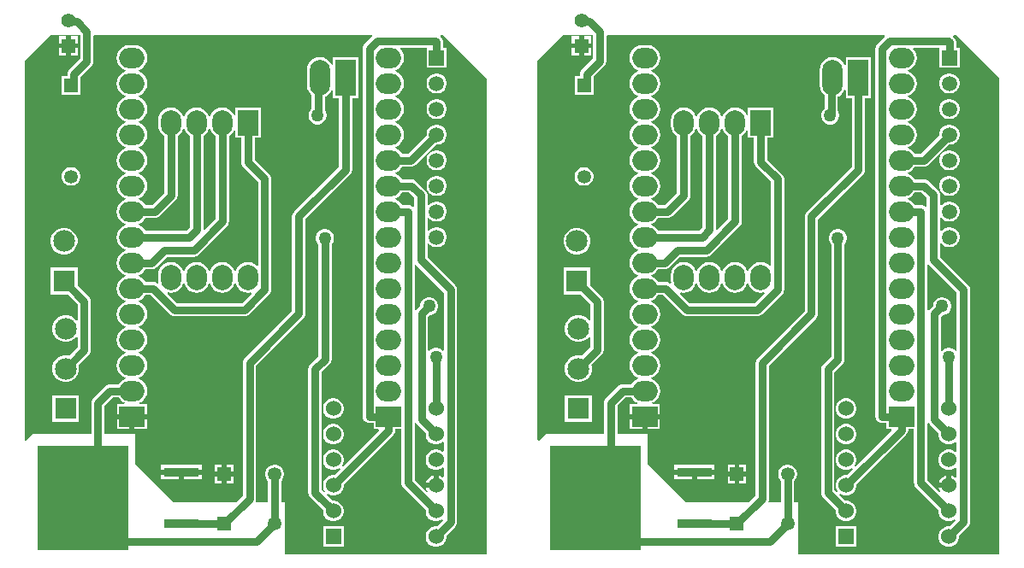
<source format=gbr>
G04*
G04 #@! TF.GenerationSoftware,Altium Limited,Altium Designer,25.0.2 (28)*
G04*
G04 Layer_Physical_Order=1*
G04 Layer_Color=255*
%FSLAX44Y44*%
%MOMM*%
G71*
G04*
G04 #@! TF.SameCoordinates,8B6BD92A-2743-4FC7-A306-186CE1EE4446*
G04*
G04*
G04 #@! TF.FilePolarity,Positive*
G04*
G01*
G75*
%ADD10O,2.0000X3.5400*%
%ADD11R,2.0000X3.5400*%
%ADD12R,9.0000X10.3500*%
%ADD13R,3.5000X0.9500*%
%ADD14C,0.8000*%
%ADD15O,2.5000X2.0000*%
%ADD16R,2.5000X2.0000*%
%ADD17C,2.1500*%
%ADD18R,2.1500X2.1500*%
%ADD19C,1.5240*%
%ADD20R,1.5240X1.5240*%
%ADD21O,2.0000X2.5000*%
%ADD22R,2.0000X2.5000*%
%ADD23R,1.3500X1.3500*%
%ADD24C,1.3500*%
%ADD25C,1.5000*%
%ADD26R,1.5000X1.5000*%
%ADD27C,1.4000*%
%ADD28R,1.4000X1.4000*%
%ADD29R,1.3500X1.3500*%
%ADD30C,1.2700*%
G36*
X908408Y367394D02*
Y358745D01*
X907138Y358314D01*
X906968Y358534D01*
X905602Y359583D01*
X904011Y360242D01*
X902304Y360466D01*
X896505D01*
X894704Y362814D01*
X892084Y364824D01*
X889528Y365883D01*
Y367257D01*
X892084Y368316D01*
X894704Y370326D01*
X896505Y372673D01*
X903128D01*
X908408Y367394D01*
D02*
G37*
G36*
X400888D02*
Y358745D01*
X399618Y358314D01*
X399448Y358534D01*
X398082Y359583D01*
X396491Y360242D01*
X394784Y360466D01*
X388985D01*
X387184Y362814D01*
X384564Y364824D01*
X382007Y365883D01*
Y367257D01*
X384564Y368316D01*
X387184Y370326D01*
X388985Y372673D01*
X395608D01*
X400888Y367394D01*
D02*
G37*
G36*
X707656Y433146D02*
X709667Y430526D01*
X712014Y428725D01*
Y346602D01*
X701077Y335665D01*
X699807Y336191D01*
Y428725D01*
X702154Y430526D01*
X704164Y433146D01*
X705223Y435703D01*
X706598D01*
X707656Y433146D01*
D02*
G37*
G36*
X200137D02*
X202146Y430526D01*
X204494Y428725D01*
Y346602D01*
X193557Y335665D01*
X192287Y336191D01*
Y428725D01*
X194634Y430526D01*
X196644Y433146D01*
X197703Y435703D01*
X199077D01*
X200137Y433146D01*
D02*
G37*
G36*
X682256D02*
X684267Y430526D01*
X686614Y428725D01*
Y338262D01*
X683418Y335066D01*
X642505D01*
X640704Y337414D01*
X638084Y339424D01*
X635527Y340483D01*
Y341857D01*
X638084Y342916D01*
X640704Y344926D01*
X642505Y347273D01*
X651860D01*
X653567Y347498D01*
X655158Y348157D01*
X656524Y349206D01*
X672475Y365156D01*
X673523Y366522D01*
X674182Y368113D01*
X674407Y369820D01*
Y428725D01*
X676754Y430526D01*
X678764Y433146D01*
X679823Y435703D01*
X681198D01*
X682256Y433146D01*
D02*
G37*
G36*
X174736D02*
X176747Y430526D01*
X179094Y428725D01*
Y338262D01*
X175898Y335066D01*
X134985D01*
X133184Y337414D01*
X130564Y339424D01*
X128007Y340483D01*
Y341857D01*
X130564Y342916D01*
X133184Y344926D01*
X134985Y347273D01*
X144340D01*
X146047Y347498D01*
X147638Y348157D01*
X149004Y349206D01*
X164955Y365156D01*
X166003Y366522D01*
X166662Y368113D01*
X166887Y369820D01*
Y428725D01*
X169234Y430526D01*
X171244Y433146D01*
X172303Y435703D01*
X173678D01*
X174736Y433146D01*
D02*
G37*
G36*
X731470Y434429D02*
Y426930D01*
X737414D01*
Y402850D01*
X737638Y401143D01*
X738298Y399552D01*
X739346Y398185D01*
X753976Y383556D01*
Y300591D01*
X752706Y300204D01*
X750334Y302024D01*
X747284Y303287D01*
X744010Y303718D01*
X740737Y303287D01*
X737686Y302024D01*
X735067Y300014D01*
X733056Y297394D01*
X731998Y294838D01*
X730623D01*
X729564Y297394D01*
X727554Y300014D01*
X724934Y302024D01*
X721884Y303287D01*
X718610Y303718D01*
X715337Y303287D01*
X712286Y302024D01*
X709667Y300014D01*
X707656Y297394D01*
X706598Y294838D01*
X705223D01*
X704164Y297394D01*
X702154Y300014D01*
X699534Y302024D01*
X696484Y303287D01*
X693210Y303718D01*
X689937Y303287D01*
X686886Y302024D01*
X684267Y300014D01*
X682256Y297394D01*
X681198Y294838D01*
X679823D01*
X678764Y297394D01*
X676754Y300014D01*
X674134Y302024D01*
X671084Y303287D01*
X667810Y303718D01*
X664537Y303287D01*
X661486Y302024D01*
X658867Y300014D01*
X656857Y297394D01*
X655593Y294344D01*
X655162Y291070D01*
Y286070D01*
X655535Y283239D01*
X655305Y283003D01*
X654388Y282537D01*
X653286Y283383D01*
X651695Y284042D01*
X649988Y284266D01*
X642505D01*
X640704Y286614D01*
X638084Y288624D01*
X635527Y289683D01*
Y291057D01*
X638084Y292116D01*
X640704Y294126D01*
X642505Y296474D01*
X648906D01*
X650613Y296698D01*
X652204Y297357D01*
X653570Y298406D01*
X664244Y309080D01*
X690416D01*
X692123Y309304D01*
X693714Y309963D01*
X695081Y311012D01*
X723275Y339206D01*
X724323Y340572D01*
X724982Y342163D01*
X725207Y343870D01*
Y428725D01*
X727554Y430526D01*
X729564Y433146D01*
X730200Y434682D01*
X731470Y434429D01*
D02*
G37*
G36*
X223950D02*
Y426930D01*
X229894D01*
Y402850D01*
X230119Y401143D01*
X230777Y399552D01*
X231826Y398185D01*
X246456Y383556D01*
Y300591D01*
X245186Y300204D01*
X242814Y302024D01*
X239764Y303287D01*
X236490Y303718D01*
X233217Y303287D01*
X230166Y302024D01*
X227547Y300014D01*
X225536Y297394D01*
X224478Y294838D01*
X223103D01*
X222044Y297394D01*
X220034Y300014D01*
X217414Y302024D01*
X214364Y303287D01*
X211090Y303718D01*
X207817Y303287D01*
X204766Y302024D01*
X202146Y300014D01*
X200137Y297394D01*
X199077Y294838D01*
X197703D01*
X196644Y297394D01*
X194634Y300014D01*
X192014Y302024D01*
X188964Y303287D01*
X185690Y303718D01*
X182417Y303287D01*
X179366Y302024D01*
X176747Y300014D01*
X174736Y297394D01*
X173678Y294838D01*
X172303D01*
X171244Y297394D01*
X169234Y300014D01*
X166614Y302024D01*
X163564Y303287D01*
X160290Y303718D01*
X157017Y303287D01*
X153966Y302024D01*
X151347Y300014D01*
X149337Y297394D01*
X148073Y294344D01*
X147642Y291070D01*
Y286070D01*
X148015Y283239D01*
X147785Y283003D01*
X146868Y282537D01*
X145766Y283383D01*
X144175Y284042D01*
X142468Y284266D01*
X134985D01*
X133184Y286614D01*
X130564Y288624D01*
X128007Y289683D01*
Y291057D01*
X130564Y292116D01*
X133184Y294126D01*
X134985Y296474D01*
X141386D01*
X143093Y296698D01*
X144684Y297357D01*
X146050Y298406D01*
X156724Y309080D01*
X182896D01*
X184604Y309304D01*
X186194Y309963D01*
X187561Y311012D01*
X215755Y339206D01*
X216803Y340572D01*
X217462Y342163D01*
X217687Y343870D01*
Y428725D01*
X220034Y430526D01*
X222044Y433146D01*
X222680Y434682D01*
X223950Y434429D01*
D02*
G37*
G36*
X682256Y279746D02*
X684267Y277127D01*
X686886Y275117D01*
X689937Y273853D01*
X693210Y273422D01*
X696484Y273853D01*
X699534Y275117D01*
X702154Y277127D01*
X704164Y279746D01*
X705223Y282303D01*
X706598D01*
X707656Y279746D01*
X709667Y277127D01*
X712286Y275117D01*
X715337Y273853D01*
X718610Y273422D01*
X721884Y273853D01*
X724934Y275117D01*
X727554Y277127D01*
X729564Y279746D01*
X730623Y282303D01*
X731998D01*
X733056Y279746D01*
X735067Y277127D01*
X737686Y275117D01*
X740737Y273853D01*
X744010Y273422D01*
X746950Y273809D01*
X747642Y272705D01*
X738028Y263090D01*
X673896D01*
X664396Y272590D01*
X664989Y273793D01*
X667810Y273422D01*
X671084Y273853D01*
X674134Y275117D01*
X676754Y277127D01*
X678764Y279746D01*
X679823Y282303D01*
X681198D01*
X682256Y279746D01*
D02*
G37*
G36*
X174736D02*
X176747Y277127D01*
X179366Y275117D01*
X182417Y273853D01*
X185690Y273422D01*
X188964Y273853D01*
X192014Y275117D01*
X194634Y277127D01*
X196644Y279746D01*
X197703Y282303D01*
X199077D01*
X200137Y279746D01*
X202146Y277127D01*
X204766Y275117D01*
X207817Y273853D01*
X211090Y273422D01*
X214364Y273853D01*
X217414Y275117D01*
X220034Y277127D01*
X222044Y279746D01*
X223103Y282303D01*
X224478D01*
X225536Y279746D01*
X227547Y277127D01*
X230166Y275117D01*
X233217Y273853D01*
X236490Y273422D01*
X239430Y273809D01*
X240122Y272705D01*
X230508Y263090D01*
X166376D01*
X156876Y272590D01*
X157470Y273793D01*
X160290Y273422D01*
X163564Y273853D01*
X166614Y275117D01*
X169234Y277127D01*
X171244Y279746D01*
X172303Y282303D01*
X173678D01*
X174736Y279746D01*
D02*
G37*
G36*
X910340Y301106D02*
X937872Y273574D01*
Y216499D01*
X936602Y215973D01*
X935568Y217006D01*
X933541Y218176D01*
X931280Y218782D01*
X928940D01*
X926678Y218176D01*
X924651Y217006D01*
X923632Y215987D01*
X922362Y216513D01*
Y249698D01*
X923825Y251160D01*
X924556D01*
X926817Y251766D01*
X928845Y252936D01*
X930500Y254591D01*
X931670Y256619D01*
X932276Y258880D01*
Y261220D01*
X931670Y263481D01*
X930500Y265509D01*
X928845Y267164D01*
X926817Y268334D01*
X924556Y268940D01*
X922216D01*
X919955Y268334D01*
X917927Y267164D01*
X916272Y265509D01*
X915102Y263481D01*
X914496Y261220D01*
Y260489D01*
X911102Y257094D01*
X910170Y255881D01*
X909630Y255914D01*
X908900Y256235D01*
Y300895D01*
X910170Y301326D01*
X910340Y301106D01*
D02*
G37*
G36*
X402820D02*
X430352Y273574D01*
Y216499D01*
X429082Y215973D01*
X428049Y217006D01*
X426021Y218176D01*
X423760Y218782D01*
X421419D01*
X419159Y218176D01*
X417131Y217006D01*
X416112Y215987D01*
X414842Y216513D01*
Y249698D01*
X416305Y251160D01*
X417036D01*
X419297Y251766D01*
X421325Y252936D01*
X422980Y254591D01*
X424150Y256619D01*
X424756Y258880D01*
Y261220D01*
X424150Y263481D01*
X422980Y265509D01*
X421325Y267164D01*
X419297Y268334D01*
X417036Y268940D01*
X414696D01*
X412435Y268334D01*
X410407Y267164D01*
X408752Y265509D01*
X407582Y263481D01*
X406976Y261220D01*
Y260489D01*
X403582Y257094D01*
X402650Y255881D01*
X402110Y255914D01*
X401380Y256235D01*
Y300895D01*
X402650Y301326D01*
X402820Y301106D01*
D02*
G37*
G36*
X911102Y143000D02*
X919950Y134151D01*
Y131982D01*
X920642Y129398D01*
X921980Y127082D01*
X923872Y125190D01*
X926188Y123852D01*
X928772Y123160D01*
X931448D01*
X934032Y123852D01*
X936348Y125190D01*
X936698Y125540D01*
X937872Y125054D01*
Y116186D01*
X936698Y115700D01*
X936348Y116050D01*
X934032Y117388D01*
X931448Y118080D01*
X928772D01*
X926188Y117388D01*
X923872Y116050D01*
X921980Y114158D01*
X920642Y111842D01*
X919950Y109258D01*
Y106582D01*
X920642Y103998D01*
X921980Y101682D01*
X923872Y99790D01*
X926188Y98452D01*
X928772Y97760D01*
X931448D01*
X934032Y98452D01*
X936348Y99790D01*
X936698Y100140D01*
X937872Y99654D01*
Y90786D01*
X936698Y90300D01*
X936348Y90650D01*
X934032Y91988D01*
X932610Y92368D01*
Y82520D01*
X930110D01*
Y80020D01*
X920261D01*
X920642Y78598D01*
X921852Y76503D01*
X920836Y75723D01*
X908900Y87659D01*
Y143860D01*
X909630Y144180D01*
X910170Y144213D01*
X911102Y143000D01*
D02*
G37*
G36*
X403582D02*
X412430Y134151D01*
Y131982D01*
X413122Y129398D01*
X414460Y127082D01*
X416352Y125190D01*
X418668Y123852D01*
X421252Y123160D01*
X423927D01*
X426511Y123852D01*
X428828Y125190D01*
X429178Y125540D01*
X430352Y125054D01*
Y116186D01*
X429178Y115700D01*
X428828Y116050D01*
X426511Y117388D01*
X423927Y118080D01*
X421252D01*
X418668Y117388D01*
X416352Y116050D01*
X414460Y114158D01*
X413122Y111842D01*
X412430Y109258D01*
Y106582D01*
X413122Y103998D01*
X414460Y101682D01*
X416352Y99790D01*
X418668Y98452D01*
X421252Y97760D01*
X423927D01*
X426511Y98452D01*
X428828Y99790D01*
X429178Y100140D01*
X430352Y99654D01*
Y90786D01*
X429178Y90300D01*
X428828Y90650D01*
X426511Y91988D01*
X425090Y92368D01*
Y82520D01*
X422590D01*
Y80020D01*
X412741D01*
X413122Y78598D01*
X414332Y76503D01*
X413316Y75723D01*
X401380Y87659D01*
Y143860D01*
X402110Y144180D01*
X402650Y144213D01*
X403582Y143000D01*
D02*
G37*
G36*
X577914Y529163D02*
Y505452D01*
X567096Y494635D01*
X566048Y493268D01*
X565388Y491678D01*
X565164Y489970D01*
Y488010D01*
X559720D01*
Y469430D01*
X578300D01*
Y480330D01*
X578357Y480759D01*
Y487238D01*
X589174Y498056D01*
X590223Y499422D01*
X590882Y501013D01*
X591106Y502720D01*
Y528239D01*
X592005Y529136D01*
X866514Y528607D01*
X866891Y527336D01*
X859540Y519984D01*
X858491Y518618D01*
X857832Y517027D01*
X857608Y515320D01*
Y150670D01*
X857832Y148963D01*
X858491Y147372D01*
X859540Y146006D01*
X860906Y144957D01*
X862497Y144298D01*
X864204Y144073D01*
X868220D01*
Y138130D01*
X873131D01*
X873617Y136957D01*
X837784Y101123D01*
X836768Y101903D01*
X837978Y103998D01*
X838670Y106582D01*
Y109258D01*
X837978Y111842D01*
X836640Y114158D01*
X834748Y116050D01*
X832431Y117388D01*
X829847Y118080D01*
X827172D01*
X824588Y117388D01*
X822271Y116050D01*
X820380Y114158D01*
X819042Y111842D01*
X818350Y109258D01*
Y106582D01*
X819042Y103998D01*
X820380Y101682D01*
X822271Y99790D01*
X824588Y98452D01*
X827172Y97760D01*
X829847D01*
X832431Y98452D01*
X834527Y99662D01*
X835307Y98646D01*
X829341Y92680D01*
X827172D01*
X824588Y91988D01*
X822271Y90650D01*
X820380Y88758D01*
X819042Y86442D01*
X818350Y83858D01*
Y81182D01*
X819042Y78598D01*
X820252Y76503D01*
X819236Y75723D01*
X816916Y78042D01*
Y194795D01*
X824924Y202803D01*
X825973Y204169D01*
X826632Y205760D01*
X826856Y207467D01*
Y321494D01*
X827374Y322011D01*
X828544Y324039D01*
X829150Y326300D01*
Y328640D01*
X828544Y330901D01*
X827374Y332929D01*
X825719Y334584D01*
X823691Y335754D01*
X821430Y336360D01*
X819090D01*
X816829Y335754D01*
X814801Y334584D01*
X813146Y332929D01*
X811976Y330901D01*
X811370Y328640D01*
Y326300D01*
X811976Y324039D01*
X813146Y322011D01*
X813663Y321494D01*
Y210200D01*
X805656Y202192D01*
X804607Y200825D01*
X803948Y199235D01*
X803724Y197527D01*
Y75310D01*
X803948Y73603D01*
X804607Y72012D01*
X805656Y70646D01*
X818350Y57951D01*
Y55782D01*
X819042Y53198D01*
X820380Y50882D01*
X822271Y48990D01*
X824588Y47652D01*
X827172Y46960D01*
X829847D01*
X832431Y47652D01*
X834748Y48990D01*
X836640Y50882D01*
X837978Y53198D01*
X838670Y55782D01*
Y58458D01*
X837978Y61042D01*
X836640Y63358D01*
X834748Y65250D01*
X832431Y66588D01*
X829847Y67280D01*
X827679D01*
X821713Y73246D01*
X822493Y74262D01*
X824588Y73052D01*
X827172Y72360D01*
X829847D01*
X832431Y73052D01*
X834748Y74390D01*
X836640Y76282D01*
X837978Y78598D01*
X838670Y81182D01*
Y83351D01*
X887924Y132606D01*
X888973Y133972D01*
X889632Y135563D01*
X889856Y137270D01*
Y138130D01*
X895708D01*
Y84926D01*
X895932Y83219D01*
X896591Y81628D01*
X897640Y80262D01*
X919950Y57951D01*
Y55782D01*
X920642Y53198D01*
X921980Y50882D01*
X923872Y48990D01*
X926188Y47652D01*
X928772Y46960D01*
X931448D01*
X934032Y47652D01*
X936127Y48862D01*
X936907Y47846D01*
X930941Y41880D01*
X928772D01*
X926188Y41188D01*
X923872Y39850D01*
X921980Y37958D01*
X920642Y35642D01*
X919950Y33058D01*
Y30382D01*
X920642Y27798D01*
X921980Y25482D01*
X923872Y23590D01*
X926188Y22252D01*
X928772Y21560D01*
X931448D01*
X934032Y22252D01*
X936348Y23590D01*
X938240Y25482D01*
X939577Y27798D01*
X940270Y30382D01*
Y32552D01*
X949132Y41414D01*
X950181Y42780D01*
X950840Y44371D01*
X951064Y46078D01*
Y276306D01*
X950840Y278013D01*
X950181Y279604D01*
X949132Y280970D01*
X921600Y308502D01*
Y322007D01*
X922870Y322211D01*
X924595Y320486D01*
X926885Y319164D01*
X929438Y318480D01*
X932082D01*
X934635Y319164D01*
X936925Y320486D01*
X938794Y322355D01*
X940116Y324645D01*
X940800Y327198D01*
Y329842D01*
X940116Y332395D01*
X938794Y334684D01*
X936925Y336554D01*
X934635Y337876D01*
X932082Y338560D01*
X929438D01*
X926885Y337876D01*
X924595Y336554D01*
X922870Y334829D01*
X921600Y335033D01*
Y347407D01*
X922870Y347611D01*
X924595Y345886D01*
X926885Y344564D01*
X929438Y343880D01*
X932082D01*
X934635Y344564D01*
X936925Y345886D01*
X938794Y347755D01*
X940116Y350045D01*
X940800Y352598D01*
Y355242D01*
X940116Y357795D01*
X938794Y360084D01*
X936925Y361954D01*
X934635Y363275D01*
X932082Y363960D01*
X929438D01*
X926885Y363275D01*
X924595Y361954D01*
X922870Y360229D01*
X921600Y360433D01*
Y370126D01*
X921376Y371833D01*
X920717Y373424D01*
X919668Y374790D01*
X910524Y383934D01*
X909158Y384983D01*
X907567Y385642D01*
X905860Y385866D01*
X896505D01*
X894704Y388214D01*
X892084Y390224D01*
X889528Y391283D01*
Y392657D01*
X892084Y393716D01*
X894704Y395726D01*
X896505Y398074D01*
X905310D01*
X907018Y398298D01*
X908608Y398957D01*
X909975Y400006D01*
X930049Y420080D01*
X932082D01*
X934635Y420764D01*
X936925Y422086D01*
X938794Y423955D01*
X940116Y426245D01*
X940800Y428798D01*
Y431442D01*
X940116Y433995D01*
X938794Y436284D01*
X936925Y438154D01*
X934635Y439476D01*
X932082Y440160D01*
X929438D01*
X926885Y439476D01*
X924595Y438154D01*
X922726Y436284D01*
X921404Y433995D01*
X920720Y431442D01*
Y429408D01*
X902578Y411266D01*
X896505D01*
X894704Y413614D01*
X892084Y415624D01*
X889528Y416683D01*
Y418057D01*
X892084Y419116D01*
X894704Y421126D01*
X896714Y423746D01*
X897977Y426796D01*
X898408Y430070D01*
X897977Y433344D01*
X896714Y436394D01*
X894704Y439014D01*
X892084Y441024D01*
X889528Y442083D01*
Y443457D01*
X892084Y444516D01*
X894704Y446526D01*
X896714Y449146D01*
X897977Y452196D01*
X898408Y455470D01*
X897977Y458744D01*
X896714Y461794D01*
X894704Y464414D01*
X892084Y466424D01*
X889528Y467483D01*
Y468857D01*
X892084Y469916D01*
X894704Y471926D01*
X896714Y474546D01*
X897977Y477596D01*
X898408Y480870D01*
X897977Y484144D01*
X896714Y487194D01*
X894704Y489814D01*
X892084Y491824D01*
X889528Y492883D01*
Y494257D01*
X892084Y495316D01*
X894704Y497326D01*
X896714Y499946D01*
X897977Y502996D01*
X898408Y506270D01*
X897977Y509544D01*
X896714Y512594D01*
X894811Y515074D01*
X895093Y516344D01*
X920720D01*
Y496280D01*
X940800D01*
Y516360D01*
X937356D01*
Y521670D01*
X937132Y523377D01*
X936473Y524968D01*
X935424Y526334D01*
X934553Y527206D01*
X935080Y528475D01*
X937510Y528470D01*
X980260Y485720D01*
Y13970D01*
X780760D01*
Y65470D01*
X777106D01*
Y87178D01*
X777944Y88016D01*
X779167Y90134D01*
X779800Y92497D01*
Y94943D01*
X779167Y97306D01*
X777944Y99424D01*
X776214Y101154D01*
X774096Y102377D01*
X771733Y103010D01*
X769287D01*
X766924Y102377D01*
X764806Y101154D01*
X763076Y99424D01*
X761853Y97306D01*
X761220Y94943D01*
Y92497D01*
X761853Y90134D01*
X763076Y88016D01*
X763914Y87178D01*
Y65470D01*
X752180D01*
X751503Y66740D01*
X751958Y67839D01*
X752182Y69546D01*
Y201184D01*
X798828Y247830D01*
X799877Y249196D01*
X800536Y250787D01*
X800760Y252494D01*
Y346218D01*
X845274Y390732D01*
X846323Y392098D01*
X846982Y393689D01*
X847206Y395396D01*
Y466530D01*
X853150D01*
Y507010D01*
X828070D01*
Y499510D01*
X826800Y499258D01*
X826164Y500794D01*
X824154Y503414D01*
X821534Y505424D01*
X818484Y506687D01*
X815210Y507118D01*
X811936Y506687D01*
X808886Y505424D01*
X806266Y503414D01*
X804256Y500794D01*
X802993Y497743D01*
X802562Y494470D01*
Y479070D01*
X802993Y475796D01*
X804256Y472746D01*
X806266Y470126D01*
X807063Y469515D01*
Y456095D01*
X805646Y454679D01*
X804476Y452651D01*
X803870Y450390D01*
Y448050D01*
X804476Y445789D01*
X805646Y443761D01*
X807301Y442106D01*
X809329Y440936D01*
X811590Y440330D01*
X813930D01*
X816191Y440936D01*
X818219Y442106D01*
X819874Y443761D01*
X821044Y445789D01*
X821650Y448050D01*
Y450390D01*
X821044Y452651D01*
X820256Y454017D01*
Y467587D01*
X821534Y468116D01*
X824154Y470126D01*
X826164Y472746D01*
X826800Y474282D01*
X828070Y474029D01*
Y466530D01*
X834014D01*
Y398128D01*
X789500Y353614D01*
X788451Y352248D01*
X787792Y350657D01*
X787568Y348950D01*
Y255226D01*
X740922Y208580D01*
X739873Y207214D01*
X739214Y205623D01*
X738990Y203916D01*
Y72278D01*
X732181Y65470D01*
X670010D01*
X632010Y103470D01*
Y133470D01*
X602106D01*
Y161488D01*
X610092Y169473D01*
X616015D01*
X617816Y167126D01*
X620436Y165116D01*
X621972Y164480D01*
X621720Y163210D01*
X614220D01*
Y153170D01*
X644300D01*
Y163210D01*
X636801D01*
X636548Y164480D01*
X638084Y165116D01*
X640704Y167126D01*
X642714Y169746D01*
X643977Y172796D01*
X644408Y176070D01*
X643977Y179344D01*
X642714Y182394D01*
X640704Y185014D01*
X638084Y187024D01*
X635527Y188083D01*
Y189457D01*
X638084Y190516D01*
X640704Y192526D01*
X642714Y195146D01*
X643977Y198196D01*
X644408Y201470D01*
X643977Y204744D01*
X642714Y207794D01*
X640704Y210414D01*
X638084Y212424D01*
X635527Y213483D01*
Y214857D01*
X638084Y215916D01*
X640704Y217926D01*
X642714Y220546D01*
X643977Y223596D01*
X644408Y226870D01*
X643977Y230144D01*
X642714Y233194D01*
X640704Y235814D01*
X638084Y237824D01*
X635527Y238883D01*
Y240257D01*
X638084Y241316D01*
X640704Y243326D01*
X642714Y245946D01*
X643977Y248996D01*
X644408Y252270D01*
X643977Y255544D01*
X642714Y258594D01*
X640704Y261214D01*
X638084Y263224D01*
X635527Y264283D01*
Y265657D01*
X638084Y266716D01*
X640704Y268726D01*
X642505Y271073D01*
X647256D01*
X666500Y251830D01*
X667866Y250781D01*
X669457Y250122D01*
X671164Y249898D01*
X740760D01*
X742467Y250122D01*
X744058Y250781D01*
X745424Y251830D01*
X765236Y271642D01*
X766285Y273008D01*
X766944Y274599D01*
X767168Y276306D01*
Y386288D01*
X766944Y387995D01*
X766285Y389586D01*
X765236Y390952D01*
X750607Y405582D01*
Y426930D01*
X756550D01*
Y457010D01*
X731470D01*
Y449510D01*
X730200Y449258D01*
X729564Y450794D01*
X727554Y453414D01*
X724934Y455424D01*
X721884Y456687D01*
X718610Y457118D01*
X715337Y456687D01*
X712286Y455424D01*
X709667Y453414D01*
X707656Y450794D01*
X706598Y448237D01*
X705223D01*
X704164Y450794D01*
X702154Y453414D01*
X699534Y455424D01*
X696484Y456687D01*
X693210Y457118D01*
X689937Y456687D01*
X686886Y455424D01*
X684267Y453414D01*
X682256Y450794D01*
X681198Y448237D01*
X679823D01*
X678764Y450794D01*
X676754Y453414D01*
X674134Y455424D01*
X671084Y456687D01*
X667810Y457118D01*
X664537Y456687D01*
X661486Y455424D01*
X658867Y453414D01*
X656857Y450794D01*
X655593Y447743D01*
X655162Y444470D01*
Y439470D01*
X655593Y436196D01*
X656857Y433146D01*
X658867Y430526D01*
X661214Y428725D01*
Y372552D01*
X649128Y360466D01*
X642505D01*
X640704Y362814D01*
X638084Y364824D01*
X635527Y365883D01*
Y367257D01*
X638084Y368316D01*
X640704Y370326D01*
X642714Y372946D01*
X643977Y375996D01*
X644408Y379270D01*
X643977Y382544D01*
X642714Y385594D01*
X640704Y388214D01*
X638084Y390224D01*
X635527Y391283D01*
Y392657D01*
X638084Y393716D01*
X640704Y395726D01*
X642714Y398346D01*
X643977Y401396D01*
X644408Y404670D01*
X643977Y407944D01*
X642714Y410994D01*
X640704Y413614D01*
X638084Y415624D01*
X635527Y416683D01*
Y418057D01*
X638084Y419116D01*
X640704Y421126D01*
X642714Y423746D01*
X643977Y426796D01*
X644408Y430070D01*
X643977Y433344D01*
X642714Y436394D01*
X640704Y439014D01*
X638084Y441024D01*
X635527Y442083D01*
Y443457D01*
X638084Y444516D01*
X640704Y446526D01*
X642714Y449146D01*
X643977Y452196D01*
X644408Y455470D01*
X643977Y458744D01*
X642714Y461794D01*
X640704Y464414D01*
X638084Y466424D01*
X635527Y467483D01*
Y468857D01*
X638084Y469916D01*
X640704Y471926D01*
X642714Y474546D01*
X643977Y477596D01*
X644408Y480870D01*
X643977Y484144D01*
X642714Y487194D01*
X640704Y489814D01*
X638084Y491824D01*
X635527Y492883D01*
Y494257D01*
X638084Y495316D01*
X640704Y497326D01*
X642714Y499946D01*
X643977Y502996D01*
X644408Y506270D01*
X643977Y509544D01*
X642714Y512594D01*
X640704Y515214D01*
X638084Y517224D01*
X635034Y518487D01*
X631760Y518918D01*
X626760D01*
X623487Y518487D01*
X620436Y517224D01*
X617816Y515214D01*
X615806Y512594D01*
X614543Y509544D01*
X614112Y506270D01*
X614543Y502996D01*
X615806Y499946D01*
X617816Y497326D01*
X620436Y495316D01*
X622993Y494257D01*
Y492883D01*
X620436Y491824D01*
X617816Y489814D01*
X615806Y487194D01*
X614543Y484144D01*
X614112Y480870D01*
X614543Y477596D01*
X615806Y474546D01*
X617816Y471926D01*
X620436Y469916D01*
X622993Y468857D01*
Y467483D01*
X620436Y466424D01*
X617816Y464414D01*
X615806Y461794D01*
X614543Y458744D01*
X614112Y455470D01*
X614543Y452196D01*
X615806Y449146D01*
X617816Y446526D01*
X620436Y444516D01*
X622993Y443457D01*
Y442083D01*
X620436Y441024D01*
X617816Y439014D01*
X615806Y436394D01*
X614543Y433344D01*
X614112Y430070D01*
X614543Y426796D01*
X615806Y423746D01*
X617816Y421126D01*
X620436Y419116D01*
X622993Y418057D01*
Y416683D01*
X620436Y415624D01*
X617816Y413614D01*
X615806Y410994D01*
X614543Y407944D01*
X614112Y404670D01*
X614543Y401396D01*
X615806Y398346D01*
X617816Y395726D01*
X620436Y393716D01*
X622993Y392657D01*
Y391283D01*
X620436Y390224D01*
X617816Y388214D01*
X615806Y385594D01*
X614543Y382544D01*
X614112Y379270D01*
X614543Y375996D01*
X615806Y372946D01*
X617816Y370326D01*
X620436Y368316D01*
X622993Y367257D01*
Y365883D01*
X620436Y364824D01*
X617816Y362814D01*
X615806Y360194D01*
X614543Y357144D01*
X614112Y353870D01*
X614543Y350596D01*
X615806Y347546D01*
X617816Y344926D01*
X620436Y342916D01*
X622993Y341857D01*
Y340483D01*
X620436Y339424D01*
X617816Y337414D01*
X615806Y334794D01*
X614543Y331744D01*
X614112Y328470D01*
X614543Y325196D01*
X615806Y322146D01*
X617816Y319526D01*
X620436Y317516D01*
X622993Y316457D01*
Y315083D01*
X620436Y314024D01*
X617816Y312014D01*
X615806Y309394D01*
X614543Y306344D01*
X614112Y303070D01*
X614543Y299796D01*
X615806Y296746D01*
X617816Y294126D01*
X620436Y292116D01*
X622993Y291057D01*
Y289683D01*
X620436Y288624D01*
X617816Y286614D01*
X615806Y283994D01*
X614543Y280944D01*
X614112Y277670D01*
X614543Y274396D01*
X615806Y271346D01*
X617816Y268726D01*
X620436Y266716D01*
X622993Y265657D01*
Y264283D01*
X620436Y263224D01*
X617816Y261214D01*
X615806Y258594D01*
X614543Y255544D01*
X614112Y252270D01*
X614543Y248996D01*
X615806Y245946D01*
X617816Y243326D01*
X620436Y241316D01*
X622993Y240257D01*
Y238883D01*
X620436Y237824D01*
X617816Y235814D01*
X615806Y233194D01*
X614543Y230144D01*
X614112Y226870D01*
X614543Y223596D01*
X615806Y220546D01*
X617816Y217926D01*
X620436Y215916D01*
X622993Y214857D01*
Y213483D01*
X620436Y212424D01*
X617816Y210414D01*
X615806Y207794D01*
X614543Y204744D01*
X614112Y201470D01*
X614543Y198196D01*
X615806Y195146D01*
X617816Y192526D01*
X620436Y190516D01*
X622993Y189457D01*
Y188083D01*
X620436Y187024D01*
X617816Y185014D01*
X616015Y182666D01*
X607360D01*
X605653Y182442D01*
X604062Y181783D01*
X602696Y180734D01*
X590846Y168884D01*
X589797Y167518D01*
X589138Y165927D01*
X588914Y164220D01*
Y133470D01*
X531010D01*
X524187Y126647D01*
X523013Y127132D01*
X522760Y503470D01*
X548510Y529220D01*
X577914Y529163D01*
D02*
G37*
G36*
X70394D02*
Y505452D01*
X59576Y494635D01*
X58527Y493268D01*
X57868Y491678D01*
X57644Y489970D01*
Y488010D01*
X52200D01*
Y469430D01*
X70780D01*
Y480330D01*
X70837Y480759D01*
Y487238D01*
X81654Y498056D01*
X82703Y499422D01*
X83362Y501013D01*
X83586Y502720D01*
Y528239D01*
X84485Y529136D01*
X358994Y528607D01*
X359371Y527336D01*
X352020Y519984D01*
X350971Y518618D01*
X350312Y517027D01*
X350088Y515320D01*
Y150670D01*
X350312Y148963D01*
X350971Y147372D01*
X352020Y146006D01*
X353386Y144957D01*
X354977Y144298D01*
X356684Y144073D01*
X360700D01*
Y138130D01*
X365611D01*
X366097Y136957D01*
X330264Y101123D01*
X329248Y101903D01*
X330458Y103998D01*
X331150Y106582D01*
Y109258D01*
X330458Y111842D01*
X329120Y114158D01*
X327228Y116050D01*
X324911Y117388D01*
X322327Y118080D01*
X319652D01*
X317068Y117388D01*
X314751Y116050D01*
X312860Y114158D01*
X311522Y111842D01*
X310830Y109258D01*
Y106582D01*
X311522Y103998D01*
X312860Y101682D01*
X314751Y99790D01*
X317068Y98452D01*
X319652Y97760D01*
X322327D01*
X324911Y98452D01*
X327007Y99662D01*
X327787Y98646D01*
X321821Y92680D01*
X319652D01*
X317068Y91988D01*
X314751Y90650D01*
X312860Y88758D01*
X311522Y86442D01*
X310830Y83858D01*
Y81182D01*
X311522Y78598D01*
X312732Y76503D01*
X311716Y75723D01*
X309396Y78042D01*
Y194795D01*
X317404Y202803D01*
X318453Y204169D01*
X319112Y205760D01*
X319336Y207467D01*
Y321494D01*
X319854Y322011D01*
X321024Y324039D01*
X321630Y326300D01*
Y328640D01*
X321024Y330901D01*
X319854Y332929D01*
X318199Y334584D01*
X316171Y335754D01*
X313910Y336360D01*
X311570D01*
X309309Y335754D01*
X307281Y334584D01*
X305626Y332929D01*
X304456Y330901D01*
X303850Y328640D01*
Y326300D01*
X304456Y324039D01*
X305626Y322011D01*
X306144Y321494D01*
Y210200D01*
X298136Y202192D01*
X297087Y200825D01*
X296428Y199235D01*
X296203Y197527D01*
Y75310D01*
X296428Y73603D01*
X297087Y72012D01*
X298136Y70646D01*
X310830Y57951D01*
Y55782D01*
X311522Y53198D01*
X312860Y50882D01*
X314751Y48990D01*
X317068Y47652D01*
X319652Y46960D01*
X322327D01*
X324911Y47652D01*
X327228Y48990D01*
X329120Y50882D01*
X330458Y53198D01*
X331150Y55782D01*
Y58458D01*
X330458Y61042D01*
X329120Y63358D01*
X327228Y65250D01*
X324911Y66588D01*
X322327Y67280D01*
X320159D01*
X314193Y73246D01*
X314973Y74262D01*
X317068Y73052D01*
X319652Y72360D01*
X322327D01*
X324911Y73052D01*
X327228Y74390D01*
X329120Y76282D01*
X330458Y78598D01*
X331150Y81182D01*
Y83351D01*
X380405Y132606D01*
X381453Y133972D01*
X382112Y135563D01*
X382337Y137270D01*
Y138130D01*
X388188D01*
Y84926D01*
X388412Y83219D01*
X389071Y81628D01*
X390120Y80262D01*
X412430Y57951D01*
Y55782D01*
X413122Y53198D01*
X414460Y50882D01*
X416352Y48990D01*
X418668Y47652D01*
X421252Y46960D01*
X423927D01*
X426511Y47652D01*
X428607Y48862D01*
X429387Y47846D01*
X423421Y41880D01*
X421252D01*
X418668Y41188D01*
X416352Y39850D01*
X414460Y37958D01*
X413122Y35642D01*
X412430Y33058D01*
Y30382D01*
X413122Y27798D01*
X414460Y25482D01*
X416352Y23590D01*
X418668Y22252D01*
X421252Y21560D01*
X423927D01*
X426511Y22252D01*
X428828Y23590D01*
X430720Y25482D01*
X432058Y27798D01*
X432750Y30382D01*
Y32552D01*
X441612Y41414D01*
X442661Y42780D01*
X443320Y44371D01*
X443544Y46078D01*
Y276306D01*
X443320Y278013D01*
X442661Y279604D01*
X441612Y280970D01*
X414080Y308502D01*
Y322007D01*
X415350Y322211D01*
X417075Y320486D01*
X419365Y319164D01*
X421918Y318480D01*
X424562D01*
X427115Y319164D01*
X429405Y320486D01*
X431274Y322355D01*
X432596Y324645D01*
X433280Y327198D01*
Y329842D01*
X432596Y332395D01*
X431274Y334684D01*
X429405Y336554D01*
X427115Y337876D01*
X424562Y338560D01*
X421918D01*
X419365Y337876D01*
X417075Y336554D01*
X415350Y334829D01*
X414080Y335033D01*
Y347407D01*
X415350Y347611D01*
X417075Y345886D01*
X419365Y344564D01*
X421918Y343880D01*
X424562D01*
X427115Y344564D01*
X429405Y345886D01*
X431274Y347755D01*
X432596Y350045D01*
X433280Y352598D01*
Y355242D01*
X432596Y357795D01*
X431274Y360084D01*
X429405Y361954D01*
X427115Y363275D01*
X424562Y363960D01*
X421918D01*
X419365Y363275D01*
X417075Y361954D01*
X415350Y360229D01*
X414080Y360433D01*
Y370126D01*
X413856Y371833D01*
X413197Y373424D01*
X412148Y374790D01*
X403004Y383934D01*
X401638Y384983D01*
X400047Y385642D01*
X398340Y385866D01*
X388985D01*
X387184Y388214D01*
X384564Y390224D01*
X382007Y391283D01*
Y392657D01*
X384564Y393716D01*
X387184Y395726D01*
X388985Y398074D01*
X397790D01*
X399498Y398298D01*
X401089Y398957D01*
X402455Y400006D01*
X422529Y420080D01*
X424562D01*
X427115Y420764D01*
X429405Y422086D01*
X431274Y423955D01*
X432596Y426245D01*
X433280Y428798D01*
Y431442D01*
X432596Y433995D01*
X431274Y436284D01*
X429405Y438154D01*
X427115Y439476D01*
X424562Y440160D01*
X421918D01*
X419365Y439476D01*
X417075Y438154D01*
X415206Y436284D01*
X413884Y433995D01*
X413200Y431442D01*
Y429408D01*
X395058Y411266D01*
X388985D01*
X387184Y413614D01*
X384564Y415624D01*
X382007Y416683D01*
Y418057D01*
X384564Y419116D01*
X387184Y421126D01*
X389194Y423746D01*
X390457Y426796D01*
X390888Y430070D01*
X390457Y433344D01*
X389194Y436394D01*
X387184Y439014D01*
X384564Y441024D01*
X382007Y442083D01*
Y443457D01*
X384564Y444516D01*
X387184Y446526D01*
X389194Y449146D01*
X390457Y452196D01*
X390888Y455470D01*
X390457Y458744D01*
X389194Y461794D01*
X387184Y464414D01*
X384564Y466424D01*
X382007Y467483D01*
Y468857D01*
X384564Y469916D01*
X387184Y471926D01*
X389194Y474546D01*
X390457Y477596D01*
X390888Y480870D01*
X390457Y484144D01*
X389194Y487194D01*
X387184Y489814D01*
X384564Y491824D01*
X382007Y492883D01*
Y494257D01*
X384564Y495316D01*
X387184Y497326D01*
X389194Y499946D01*
X390457Y502996D01*
X390888Y506270D01*
X390457Y509544D01*
X389194Y512594D01*
X387291Y515074D01*
X387573Y516344D01*
X413200D01*
Y496280D01*
X433280D01*
Y516360D01*
X429837D01*
Y521670D01*
X429612Y523377D01*
X428953Y524968D01*
X427905Y526334D01*
X427033Y527206D01*
X427560Y528475D01*
X429990Y528470D01*
X472740Y485720D01*
Y13970D01*
X273240D01*
Y65470D01*
X269586D01*
Y87178D01*
X270424Y88016D01*
X271647Y90134D01*
X272280Y92497D01*
Y94943D01*
X271647Y97306D01*
X270424Y99424D01*
X268694Y101154D01*
X266576Y102377D01*
X264213Y103010D01*
X261767D01*
X259404Y102377D01*
X257286Y101154D01*
X255556Y99424D01*
X254333Y97306D01*
X253700Y94943D01*
Y92497D01*
X254333Y90134D01*
X255556Y88016D01*
X256394Y87178D01*
Y65470D01*
X244660D01*
X243983Y66740D01*
X244438Y67839D01*
X244662Y69546D01*
Y201184D01*
X291308Y247830D01*
X292357Y249196D01*
X293016Y250787D01*
X293240Y252494D01*
Y346218D01*
X337754Y390732D01*
X338803Y392098D01*
X339462Y393689D01*
X339686Y395396D01*
Y466530D01*
X345630D01*
Y507010D01*
X320550D01*
Y499510D01*
X319280Y499258D01*
X318644Y500794D01*
X316634Y503414D01*
X314014Y505424D01*
X310963Y506687D01*
X307690Y507118D01*
X304416Y506687D01*
X301366Y505424D01*
X298746Y503414D01*
X296736Y500794D01*
X295473Y497743D01*
X295042Y494470D01*
Y479070D01*
X295473Y475796D01*
X296736Y472746D01*
X298746Y470126D01*
X299543Y469515D01*
Y456095D01*
X298126Y454679D01*
X296956Y452651D01*
X296350Y450390D01*
Y448050D01*
X296956Y445789D01*
X298126Y443761D01*
X299781Y442106D01*
X301809Y440936D01*
X304070Y440330D01*
X306410D01*
X308671Y440936D01*
X310699Y442106D01*
X312354Y443761D01*
X313524Y445789D01*
X314130Y448050D01*
Y450390D01*
X313524Y452651D01*
X312736Y454017D01*
Y467587D01*
X314014Y468116D01*
X316634Y470126D01*
X318644Y472746D01*
X319280Y474282D01*
X320550Y474029D01*
Y466530D01*
X326493D01*
Y398128D01*
X281980Y353614D01*
X280931Y352248D01*
X280272Y350657D01*
X280048Y348950D01*
Y255226D01*
X233402Y208580D01*
X232353Y207214D01*
X231694Y205623D01*
X231470Y203916D01*
Y72278D01*
X224661Y65470D01*
X162490D01*
X124490Y103470D01*
Y133470D01*
X94586D01*
Y161488D01*
X102572Y169473D01*
X108495D01*
X110296Y167126D01*
X112916Y165116D01*
X114452Y164480D01*
X114200Y163210D01*
X106700D01*
Y153170D01*
X136780D01*
Y163210D01*
X129281D01*
X129028Y164480D01*
X130564Y165116D01*
X133184Y167126D01*
X135194Y169746D01*
X136457Y172796D01*
X136888Y176070D01*
X136457Y179344D01*
X135194Y182394D01*
X133184Y185014D01*
X130564Y187024D01*
X128007Y188083D01*
Y189457D01*
X130564Y190516D01*
X133184Y192526D01*
X135194Y195146D01*
X136457Y198196D01*
X136888Y201470D01*
X136457Y204744D01*
X135194Y207794D01*
X133184Y210414D01*
X130564Y212424D01*
X128007Y213483D01*
Y214857D01*
X130564Y215916D01*
X133184Y217926D01*
X135194Y220546D01*
X136457Y223596D01*
X136888Y226870D01*
X136457Y230144D01*
X135194Y233194D01*
X133184Y235814D01*
X130564Y237824D01*
X128007Y238883D01*
Y240257D01*
X130564Y241316D01*
X133184Y243326D01*
X135194Y245946D01*
X136457Y248996D01*
X136888Y252270D01*
X136457Y255544D01*
X135194Y258594D01*
X133184Y261214D01*
X130564Y263224D01*
X128007Y264283D01*
Y265657D01*
X130564Y266716D01*
X133184Y268726D01*
X134985Y271073D01*
X139736D01*
X158980Y251830D01*
X160346Y250781D01*
X161937Y250122D01*
X163644Y249898D01*
X233240D01*
X234947Y250122D01*
X236538Y250781D01*
X237904Y251830D01*
X257716Y271642D01*
X258765Y273008D01*
X259424Y274599D01*
X259648Y276306D01*
Y386288D01*
X259424Y387995D01*
X258765Y389586D01*
X257716Y390952D01*
X243087Y405582D01*
Y426930D01*
X249030D01*
Y457010D01*
X223950D01*
Y449510D01*
X222680Y449258D01*
X222044Y450794D01*
X220034Y453414D01*
X217414Y455424D01*
X214364Y456687D01*
X211090Y457118D01*
X207817Y456687D01*
X204766Y455424D01*
X202146Y453414D01*
X200137Y450794D01*
X199077Y448237D01*
X197703D01*
X196644Y450794D01*
X194634Y453414D01*
X192014Y455424D01*
X188964Y456687D01*
X185690Y457118D01*
X182417Y456687D01*
X179366Y455424D01*
X176747Y453414D01*
X174736Y450794D01*
X173678Y448237D01*
X172303D01*
X171244Y450794D01*
X169234Y453414D01*
X166614Y455424D01*
X163564Y456687D01*
X160290Y457118D01*
X157017Y456687D01*
X153966Y455424D01*
X151347Y453414D01*
X149337Y450794D01*
X148073Y447743D01*
X147642Y444470D01*
Y439470D01*
X148073Y436196D01*
X149337Y433146D01*
X151347Y430526D01*
X153694Y428725D01*
Y372552D01*
X141608Y360466D01*
X134985D01*
X133184Y362814D01*
X130564Y364824D01*
X128007Y365883D01*
Y367257D01*
X130564Y368316D01*
X133184Y370326D01*
X135194Y372946D01*
X136457Y375996D01*
X136888Y379270D01*
X136457Y382544D01*
X135194Y385594D01*
X133184Y388214D01*
X130564Y390224D01*
X128007Y391283D01*
Y392657D01*
X130564Y393716D01*
X133184Y395726D01*
X135194Y398346D01*
X136457Y401396D01*
X136888Y404670D01*
X136457Y407944D01*
X135194Y410994D01*
X133184Y413614D01*
X130564Y415624D01*
X128007Y416683D01*
Y418057D01*
X130564Y419116D01*
X133184Y421126D01*
X135194Y423746D01*
X136457Y426796D01*
X136888Y430070D01*
X136457Y433344D01*
X135194Y436394D01*
X133184Y439014D01*
X130564Y441024D01*
X128007Y442083D01*
Y443457D01*
X130564Y444516D01*
X133184Y446526D01*
X135194Y449146D01*
X136457Y452196D01*
X136888Y455470D01*
X136457Y458744D01*
X135194Y461794D01*
X133184Y464414D01*
X130564Y466424D01*
X128007Y467483D01*
Y468857D01*
X130564Y469916D01*
X133184Y471926D01*
X135194Y474546D01*
X136457Y477596D01*
X136888Y480870D01*
X136457Y484144D01*
X135194Y487194D01*
X133184Y489814D01*
X130564Y491824D01*
X128007Y492883D01*
Y494257D01*
X130564Y495316D01*
X133184Y497326D01*
X135194Y499946D01*
X136457Y502996D01*
X136888Y506270D01*
X136457Y509544D01*
X135194Y512594D01*
X133184Y515214D01*
X130564Y517224D01*
X127514Y518487D01*
X124240Y518918D01*
X119240D01*
X115967Y518487D01*
X112916Y517224D01*
X110296Y515214D01*
X108286Y512594D01*
X107023Y509544D01*
X106592Y506270D01*
X107023Y502996D01*
X108286Y499946D01*
X110296Y497326D01*
X112916Y495316D01*
X115473Y494257D01*
Y492883D01*
X112916Y491824D01*
X110296Y489814D01*
X108286Y487194D01*
X107023Y484144D01*
X106592Y480870D01*
X107023Y477596D01*
X108286Y474546D01*
X110296Y471926D01*
X112916Y469916D01*
X115473Y468857D01*
Y467483D01*
X112916Y466424D01*
X110296Y464414D01*
X108286Y461794D01*
X107023Y458744D01*
X106592Y455470D01*
X107023Y452196D01*
X108286Y449146D01*
X110296Y446526D01*
X112916Y444516D01*
X115473Y443457D01*
Y442083D01*
X112916Y441024D01*
X110296Y439014D01*
X108286Y436394D01*
X107023Y433344D01*
X106592Y430070D01*
X107023Y426796D01*
X108286Y423746D01*
X110296Y421126D01*
X112916Y419116D01*
X115473Y418057D01*
Y416683D01*
X112916Y415624D01*
X110296Y413614D01*
X108286Y410994D01*
X107023Y407944D01*
X106592Y404670D01*
X107023Y401396D01*
X108286Y398346D01*
X110296Y395726D01*
X112916Y393716D01*
X115473Y392657D01*
Y391283D01*
X112916Y390224D01*
X110296Y388214D01*
X108286Y385594D01*
X107023Y382544D01*
X106592Y379270D01*
X107023Y375996D01*
X108286Y372946D01*
X110296Y370326D01*
X112916Y368316D01*
X115473Y367257D01*
Y365883D01*
X112916Y364824D01*
X110296Y362814D01*
X108286Y360194D01*
X107023Y357144D01*
X106592Y353870D01*
X107023Y350596D01*
X108286Y347546D01*
X110296Y344926D01*
X112916Y342916D01*
X115473Y341857D01*
Y340483D01*
X112916Y339424D01*
X110296Y337414D01*
X108286Y334794D01*
X107023Y331744D01*
X106592Y328470D01*
X107023Y325196D01*
X108286Y322146D01*
X110296Y319526D01*
X112916Y317516D01*
X115473Y316457D01*
Y315083D01*
X112916Y314024D01*
X110296Y312014D01*
X108286Y309394D01*
X107023Y306344D01*
X106592Y303070D01*
X107023Y299796D01*
X108286Y296746D01*
X110296Y294126D01*
X112916Y292116D01*
X115473Y291057D01*
Y289683D01*
X112916Y288624D01*
X110296Y286614D01*
X108286Y283994D01*
X107023Y280944D01*
X106592Y277670D01*
X107023Y274396D01*
X108286Y271346D01*
X110296Y268726D01*
X112916Y266716D01*
X115473Y265657D01*
Y264283D01*
X112916Y263224D01*
X110296Y261214D01*
X108286Y258594D01*
X107023Y255544D01*
X106592Y252270D01*
X107023Y248996D01*
X108286Y245946D01*
X110296Y243326D01*
X112916Y241316D01*
X115473Y240257D01*
Y238883D01*
X112916Y237824D01*
X110296Y235814D01*
X108286Y233194D01*
X107023Y230144D01*
X106592Y226870D01*
X107023Y223596D01*
X108286Y220546D01*
X110296Y217926D01*
X112916Y215916D01*
X115473Y214857D01*
Y213483D01*
X112916Y212424D01*
X110296Y210414D01*
X108286Y207794D01*
X107023Y204744D01*
X106592Y201470D01*
X107023Y198196D01*
X108286Y195146D01*
X110296Y192526D01*
X112916Y190516D01*
X115473Y189457D01*
Y188083D01*
X112916Y187024D01*
X110296Y185014D01*
X108495Y182666D01*
X99840D01*
X98133Y182442D01*
X96542Y181783D01*
X95176Y180734D01*
X83326Y168884D01*
X82277Y167518D01*
X81618Y165927D01*
X81394Y164220D01*
Y133470D01*
X23490D01*
X16667Y126647D01*
X15493Y127132D01*
X15240Y503470D01*
X40990Y529220D01*
X70394Y529163D01*
D02*
G37*
%LPC*%
G36*
X927610Y92368D02*
X926188Y91988D01*
X923872Y90650D01*
X921980Y88758D01*
X920642Y86442D01*
X920261Y85020D01*
X927610D01*
Y92368D01*
D02*
G37*
G36*
X420090D02*
X418668Y91988D01*
X416352Y90650D01*
X414460Y88758D01*
X413122Y86442D01*
X412741Y85020D01*
X420090D01*
Y92368D01*
D02*
G37*
G36*
X576050Y527810D02*
X569010D01*
Y520770D01*
X576050D01*
Y527810D01*
D02*
G37*
G36*
X564010D02*
X556970D01*
Y520770D01*
X564010D01*
Y527810D01*
D02*
G37*
G36*
X576050Y515770D02*
X569010D01*
Y508730D01*
X576050D01*
Y515770D01*
D02*
G37*
G36*
X564010D02*
X556970D01*
Y508730D01*
X564010D01*
Y515770D01*
D02*
G37*
G36*
X932082Y490960D02*
X929438D01*
X926885Y490275D01*
X924595Y488954D01*
X922726Y487085D01*
X921404Y484795D01*
X920720Y482242D01*
Y479598D01*
X921404Y477044D01*
X922726Y474755D01*
X924595Y472886D01*
X926885Y471564D01*
X929438Y470880D01*
X932082D01*
X934635Y471564D01*
X936925Y472886D01*
X938794Y474755D01*
X940116Y477044D01*
X940800Y479598D01*
Y482242D01*
X940116Y484795D01*
X938794Y487085D01*
X936925Y488954D01*
X934635Y490275D01*
X932082Y490960D01*
D02*
G37*
G36*
Y465560D02*
X929438D01*
X926885Y464875D01*
X924595Y463554D01*
X922726Y461684D01*
X921404Y459395D01*
X920720Y456842D01*
Y454198D01*
X921404Y451645D01*
X922726Y449355D01*
X924595Y447486D01*
X926885Y446164D01*
X929438Y445480D01*
X932082D01*
X934635Y446164D01*
X936925Y447486D01*
X938794Y449355D01*
X940116Y451645D01*
X940800Y454198D01*
Y456842D01*
X940116Y459395D01*
X938794Y461684D01*
X936925Y463554D01*
X934635Y464875D01*
X932082Y465560D01*
D02*
G37*
G36*
Y414760D02*
X929438D01*
X926885Y414076D01*
X924595Y412754D01*
X922726Y410885D01*
X921404Y408595D01*
X920720Y406042D01*
Y403398D01*
X921404Y400844D01*
X922726Y398555D01*
X924595Y396686D01*
X926885Y395364D01*
X929438Y394680D01*
X932082D01*
X934635Y395364D01*
X936925Y396686D01*
X938794Y398555D01*
X940116Y400844D01*
X940800Y403398D01*
Y406042D01*
X940116Y408595D01*
X938794Y410885D01*
X936925Y412754D01*
X934635Y414076D01*
X932082Y414760D01*
D02*
G37*
G36*
X570233Y398010D02*
X567787D01*
X565424Y397377D01*
X563306Y396154D01*
X561576Y394424D01*
X560353Y392306D01*
X559720Y389943D01*
Y387497D01*
X560353Y385134D01*
X561576Y383016D01*
X563306Y381286D01*
X565424Y380063D01*
X567787Y379430D01*
X570233D01*
X572596Y380063D01*
X574714Y381286D01*
X576444Y383016D01*
X577667Y385134D01*
X578300Y387497D01*
Y389943D01*
X577667Y392306D01*
X576444Y394424D01*
X574714Y396154D01*
X572596Y397377D01*
X570233Y398010D01*
D02*
G37*
G36*
X932082Y389360D02*
X929438D01*
X926885Y388675D01*
X924595Y387354D01*
X922726Y385485D01*
X921404Y383195D01*
X920720Y380642D01*
Y377998D01*
X921404Y375444D01*
X922726Y373155D01*
X924595Y371286D01*
X926885Y369964D01*
X929438Y369280D01*
X932082D01*
X934635Y369964D01*
X936925Y371286D01*
X938794Y373155D01*
X940116Y375444D01*
X940800Y377998D01*
Y380642D01*
X940116Y383195D01*
X938794Y385485D01*
X936925Y387354D01*
X934635Y388675D01*
X932082Y389360D01*
D02*
G37*
G36*
X563760Y337760D02*
X560260D01*
X556880Y336854D01*
X553850Y335105D01*
X551375Y332630D01*
X549626Y329600D01*
X548720Y326220D01*
Y322720D01*
X549626Y319340D01*
X551375Y316310D01*
X553850Y313835D01*
X556880Y312086D01*
X560260Y311180D01*
X563760D01*
X567140Y312086D01*
X570170Y313835D01*
X572645Y316310D01*
X574394Y319340D01*
X575300Y322720D01*
Y326220D01*
X574394Y329600D01*
X572645Y332630D01*
X570170Y335105D01*
X567140Y336854D01*
X563760Y337760D01*
D02*
G37*
G36*
X575300Y298160D02*
X548720D01*
Y271580D01*
X565971D01*
X575414Y262138D01*
Y246236D01*
X574465Y245982D01*
X574144Y245981D01*
X571670Y248455D01*
X568640Y250204D01*
X565260Y251110D01*
X561760D01*
X558380Y250204D01*
X555350Y248455D01*
X552876Y245980D01*
X551126Y242950D01*
X550220Y239570D01*
Y236070D01*
X551126Y232690D01*
X552876Y229660D01*
X555350Y227185D01*
X558380Y225436D01*
X561760Y224530D01*
X565260D01*
X568640Y225436D01*
X571670Y227185D01*
X574144Y229658D01*
X574465Y229658D01*
X575414Y229404D01*
Y219452D01*
X567004Y211042D01*
X565260Y211510D01*
X561760D01*
X558380Y210604D01*
X555350Y208854D01*
X552876Y206380D01*
X551126Y203350D01*
X550220Y199970D01*
Y196470D01*
X551126Y193090D01*
X552876Y190060D01*
X555350Y187585D01*
X558380Y185835D01*
X561760Y184930D01*
X565260D01*
X568640Y185835D01*
X571670Y187585D01*
X574145Y190060D01*
X575895Y193090D01*
X576800Y196470D01*
Y199970D01*
X576333Y201714D01*
X586674Y212055D01*
X587723Y213421D01*
X588382Y215012D01*
X588606Y216720D01*
Y264870D01*
X588382Y266577D01*
X587723Y268168D01*
X586674Y269534D01*
X575300Y280909D01*
Y298160D01*
D02*
G37*
G36*
X829847Y168880D02*
X827172D01*
X824588Y168188D01*
X822271Y166850D01*
X820380Y164958D01*
X819042Y162642D01*
X818350Y160058D01*
Y157382D01*
X819042Y154798D01*
X820380Y152482D01*
X822271Y150590D01*
X824588Y149252D01*
X827172Y148560D01*
X829847D01*
X832431Y149252D01*
X834748Y150590D01*
X836640Y152482D01*
X837978Y154798D01*
X838670Y157382D01*
Y160058D01*
X837978Y162642D01*
X836640Y164958D01*
X834748Y166850D01*
X832431Y168188D01*
X829847Y168880D01*
D02*
G37*
G36*
X576800Y171910D02*
X550220D01*
Y145330D01*
X576800D01*
Y171910D01*
D02*
G37*
G36*
X644300Y148170D02*
X631760D01*
Y138130D01*
X644300D01*
Y148170D01*
D02*
G37*
G36*
X626760D02*
X614220D01*
Y138130D01*
X626760D01*
Y148170D01*
D02*
G37*
G36*
X829847Y143480D02*
X827172D01*
X824588Y142788D01*
X822271Y141450D01*
X820380Y139558D01*
X819042Y137242D01*
X818350Y134658D01*
Y131982D01*
X819042Y129398D01*
X820380Y127082D01*
X822271Y125190D01*
X824588Y123852D01*
X827172Y123160D01*
X829847D01*
X832431Y123852D01*
X834748Y125190D01*
X836640Y127082D01*
X837978Y129398D01*
X838670Y131982D01*
Y134658D01*
X837978Y137242D01*
X836640Y139558D01*
X834748Y141450D01*
X832431Y142788D01*
X829847Y143480D01*
D02*
G37*
G36*
X677986Y102965D02*
X677488Y102910D01*
X658220D01*
Y98120D01*
X678260D01*
X698300D01*
Y102910D01*
X678345D01*
X677986Y102965D01*
D02*
G37*
G36*
X729800Y103010D02*
X723010D01*
Y96220D01*
X729800D01*
Y103010D01*
D02*
G37*
G36*
X718010D02*
X711220D01*
Y96220D01*
X718010D01*
Y103010D01*
D02*
G37*
G36*
X698300Y93120D02*
X680760D01*
Y88330D01*
X698300D01*
Y93120D01*
D02*
G37*
G36*
X675760D02*
X658220D01*
Y88330D01*
X675760D01*
Y93120D01*
D02*
G37*
G36*
X729800Y91220D02*
X723010D01*
Y84430D01*
X729800D01*
Y91220D01*
D02*
G37*
G36*
X718010D02*
X711220D01*
Y84430D01*
X718010D01*
Y91220D01*
D02*
G37*
G36*
X838670Y41880D02*
X818350D01*
Y21560D01*
X838670D01*
Y41880D01*
D02*
G37*
G36*
X68530Y527810D02*
X61490D01*
Y520770D01*
X68530D01*
Y527810D01*
D02*
G37*
G36*
X56490D02*
X49450D01*
Y520770D01*
X56490D01*
Y527810D01*
D02*
G37*
G36*
X68530Y515770D02*
X61490D01*
Y508730D01*
X68530D01*
Y515770D01*
D02*
G37*
G36*
X56490D02*
X49450D01*
Y508730D01*
X56490D01*
Y515770D01*
D02*
G37*
G36*
X424562Y490960D02*
X421918D01*
X419365Y490275D01*
X417075Y488954D01*
X415206Y487085D01*
X413884Y484795D01*
X413200Y482242D01*
Y479598D01*
X413884Y477044D01*
X415206Y474755D01*
X417075Y472886D01*
X419365Y471564D01*
X421918Y470880D01*
X424562D01*
X427115Y471564D01*
X429405Y472886D01*
X431274Y474755D01*
X432596Y477044D01*
X433280Y479598D01*
Y482242D01*
X432596Y484795D01*
X431274Y487085D01*
X429405Y488954D01*
X427115Y490275D01*
X424562Y490960D01*
D02*
G37*
G36*
Y465560D02*
X421918D01*
X419365Y464875D01*
X417075Y463554D01*
X415206Y461684D01*
X413884Y459395D01*
X413200Y456842D01*
Y454198D01*
X413884Y451645D01*
X415206Y449355D01*
X417075Y447486D01*
X419365Y446164D01*
X421918Y445480D01*
X424562D01*
X427115Y446164D01*
X429405Y447486D01*
X431274Y449355D01*
X432596Y451645D01*
X433280Y454198D01*
Y456842D01*
X432596Y459395D01*
X431274Y461684D01*
X429405Y463554D01*
X427115Y464875D01*
X424562Y465560D01*
D02*
G37*
G36*
Y414760D02*
X421918D01*
X419365Y414076D01*
X417075Y412754D01*
X415206Y410885D01*
X413884Y408595D01*
X413200Y406042D01*
Y403398D01*
X413884Y400844D01*
X415206Y398555D01*
X417075Y396686D01*
X419365Y395364D01*
X421918Y394680D01*
X424562D01*
X427115Y395364D01*
X429405Y396686D01*
X431274Y398555D01*
X432596Y400844D01*
X433280Y403398D01*
Y406042D01*
X432596Y408595D01*
X431274Y410885D01*
X429405Y412754D01*
X427115Y414076D01*
X424562Y414760D01*
D02*
G37*
G36*
X62713Y398010D02*
X60267D01*
X57904Y397377D01*
X55786Y396154D01*
X54056Y394424D01*
X52833Y392306D01*
X52200Y389943D01*
Y387497D01*
X52833Y385134D01*
X54056Y383016D01*
X55786Y381286D01*
X57904Y380063D01*
X60267Y379430D01*
X62713D01*
X65076Y380063D01*
X67194Y381286D01*
X68924Y383016D01*
X70147Y385134D01*
X70780Y387497D01*
Y389943D01*
X70147Y392306D01*
X68924Y394424D01*
X67194Y396154D01*
X65076Y397377D01*
X62713Y398010D01*
D02*
G37*
G36*
X424562Y389360D02*
X421918D01*
X419365Y388675D01*
X417075Y387354D01*
X415206Y385485D01*
X413884Y383195D01*
X413200Y380642D01*
Y377998D01*
X413884Y375444D01*
X415206Y373155D01*
X417075Y371286D01*
X419365Y369964D01*
X421918Y369280D01*
X424562D01*
X427115Y369964D01*
X429405Y371286D01*
X431274Y373155D01*
X432596Y375444D01*
X433280Y377998D01*
Y380642D01*
X432596Y383195D01*
X431274Y385485D01*
X429405Y387354D01*
X427115Y388675D01*
X424562Y389360D01*
D02*
G37*
G36*
X56240Y337760D02*
X52740D01*
X49360Y336854D01*
X46330Y335105D01*
X43855Y332630D01*
X42106Y329600D01*
X41200Y326220D01*
Y322720D01*
X42106Y319340D01*
X43855Y316310D01*
X46330Y313835D01*
X49360Y312086D01*
X52740Y311180D01*
X56240D01*
X59620Y312086D01*
X62650Y313835D01*
X65125Y316310D01*
X66874Y319340D01*
X67780Y322720D01*
Y326220D01*
X66874Y329600D01*
X65125Y332630D01*
X62650Y335105D01*
X59620Y336854D01*
X56240Y337760D01*
D02*
G37*
G36*
X67780Y298160D02*
X41200D01*
Y271580D01*
X58451D01*
X67894Y262138D01*
Y246236D01*
X66945Y245982D01*
X66624Y245981D01*
X64150Y248455D01*
X61120Y250204D01*
X57740Y251110D01*
X54240D01*
X50860Y250204D01*
X47830Y248455D01*
X45356Y245980D01*
X43606Y242950D01*
X42700Y239570D01*
Y236070D01*
X43606Y232690D01*
X45356Y229660D01*
X47830Y227185D01*
X50860Y225436D01*
X54240Y224530D01*
X57740D01*
X61120Y225436D01*
X64150Y227185D01*
X66624Y229658D01*
X66945Y229658D01*
X67894Y229404D01*
Y219452D01*
X59484Y211042D01*
X57740Y211510D01*
X54240D01*
X50860Y210604D01*
X47830Y208854D01*
X45356Y206380D01*
X43606Y203350D01*
X42700Y199970D01*
Y196470D01*
X43606Y193090D01*
X45356Y190060D01*
X47830Y187585D01*
X50860Y185835D01*
X54240Y184930D01*
X57740D01*
X61120Y185835D01*
X64150Y187585D01*
X66625Y190060D01*
X68375Y193090D01*
X69280Y196470D01*
Y199970D01*
X68813Y201714D01*
X79154Y212055D01*
X80203Y213421D01*
X80862Y215012D01*
X81086Y216720D01*
Y264870D01*
X80862Y266577D01*
X80203Y268168D01*
X79154Y269534D01*
X67780Y280909D01*
Y298160D01*
D02*
G37*
G36*
X322327Y168880D02*
X319652D01*
X317068Y168188D01*
X314751Y166850D01*
X312860Y164958D01*
X311522Y162642D01*
X310830Y160058D01*
Y157382D01*
X311522Y154798D01*
X312860Y152482D01*
X314751Y150590D01*
X317068Y149252D01*
X319652Y148560D01*
X322327D01*
X324911Y149252D01*
X327228Y150590D01*
X329120Y152482D01*
X330458Y154798D01*
X331150Y157382D01*
Y160058D01*
X330458Y162642D01*
X329120Y164958D01*
X327228Y166850D01*
X324911Y168188D01*
X322327Y168880D01*
D02*
G37*
G36*
X69280Y171910D02*
X42700D01*
Y145330D01*
X69280D01*
Y171910D01*
D02*
G37*
G36*
X136780Y148170D02*
X124240D01*
Y138130D01*
X136780D01*
Y148170D01*
D02*
G37*
G36*
X119240D02*
X106700D01*
Y138130D01*
X119240D01*
Y148170D01*
D02*
G37*
G36*
X322327Y143480D02*
X319652D01*
X317068Y142788D01*
X314751Y141450D01*
X312860Y139558D01*
X311522Y137242D01*
X310830Y134658D01*
Y131982D01*
X311522Y129398D01*
X312860Y127082D01*
X314751Y125190D01*
X317068Y123852D01*
X319652Y123160D01*
X322327D01*
X324911Y123852D01*
X327228Y125190D01*
X329120Y127082D01*
X330458Y129398D01*
X331150Y131982D01*
Y134658D01*
X330458Y137242D01*
X329120Y139558D01*
X327228Y141450D01*
X324911Y142788D01*
X322327Y143480D01*
D02*
G37*
G36*
X170466Y102965D02*
X169968Y102910D01*
X150700D01*
Y98120D01*
X170740D01*
X190780D01*
Y102910D01*
X170826D01*
X170466Y102965D01*
D02*
G37*
G36*
X222280Y103010D02*
X215490D01*
Y96220D01*
X222280D01*
Y103010D01*
D02*
G37*
G36*
X210490D02*
X203700D01*
Y96220D01*
X210490D01*
Y103010D01*
D02*
G37*
G36*
X190780Y93120D02*
X173240D01*
Y88330D01*
X190780D01*
Y93120D01*
D02*
G37*
G36*
X168240D02*
X150700D01*
Y88330D01*
X168240D01*
Y93120D01*
D02*
G37*
G36*
X222280Y91220D02*
X215490D01*
Y84430D01*
X222280D01*
Y91220D01*
D02*
G37*
G36*
X210490D02*
X203700D01*
Y84430D01*
X210490D01*
Y91220D01*
D02*
G37*
G36*
X331150Y41880D02*
X310830D01*
Y21560D01*
X331150D01*
Y41880D01*
D02*
G37*
%LPD*%
D10*
X307690Y486770D02*
D03*
X815210D02*
D03*
D11*
X333090D02*
D03*
X840610D02*
D03*
D12*
X73240Y70220D02*
D03*
X580760D02*
D03*
D13*
X170740Y95620D02*
D03*
Y44820D02*
D03*
X678260Y95620D02*
D03*
Y44820D02*
D03*
D14*
X178630Y328470D02*
X185690Y335530D01*
Y441970D01*
X121740Y328470D02*
X178630D01*
X170740Y44820D02*
X191584D01*
X157990D02*
X170740D01*
X191584D02*
X191934Y44470D01*
X212990D01*
X306139Y450119D02*
Y485219D01*
X307690Y486770D01*
X305240Y449220D02*
X306139Y450119D01*
X170328Y96370D02*
X170740Y95620D01*
X114240Y26720D02*
X245240D01*
X262990Y44470D01*
X73240Y67720D02*
Y70220D01*
Y67720D02*
X114240Y26720D01*
X262990Y44470D02*
Y93720D01*
X73240Y70220D02*
X87990Y84970D01*
Y164220D01*
X99840Y176070D01*
X121740D01*
X302800Y197527D02*
X312740Y207467D01*
Y327470D01*
X302800Y75310D02*
Y197527D01*
X76990Y502720D02*
Y532508D01*
X64240Y489970D02*
X76990Y502720D01*
X66975Y542523D02*
X76990Y532508D01*
X61490Y478009D02*
X64240Y480759D01*
X58990Y543671D02*
X60138Y542523D01*
X66975D01*
X64240Y480759D02*
Y489970D01*
X54490Y284870D02*
X74490Y264870D01*
Y216720D02*
Y264870D01*
X55990Y198220D02*
X74490Y216720D01*
X121740Y353870D02*
X144340D01*
X160290Y369820D01*
Y441970D01*
X375740Y404670D02*
X397790D01*
X423240Y430120D01*
X236490Y402850D02*
Y441970D01*
Y402850D02*
X253052Y386288D01*
Y276306D02*
Y386288D01*
X233240Y256494D02*
X253052Y276306D01*
X163644Y256494D02*
X233240D01*
X142468Y277670D02*
X163644Y256494D01*
X121740Y277670D02*
X142468D01*
X211090Y343870D02*
Y441970D01*
X182896Y315676D02*
X211090Y343870D01*
X153992Y315676D02*
X182896D01*
X141386Y303070D02*
X153992Y315676D01*
X121740Y303070D02*
X141386D01*
X423240Y506320D02*
Y521670D01*
X421970Y522940D02*
X423240Y521670D01*
X364304Y522940D02*
X421970D01*
X356684Y515320D02*
X364304Y522940D01*
X356684Y150670D02*
Y515320D01*
Y150670D02*
X375740D01*
X422590Y158720D02*
Y209892D01*
X408246Y252430D02*
X415866Y260050D01*
X408246Y147664D02*
Y252430D01*
Y147664D02*
X422590Y133320D01*
X302800Y75310D02*
X320990Y57120D01*
X212990Y44470D02*
X238066Y69546D01*
Y203916D01*
X286644Y252494D01*
Y348950D01*
X333090Y395396D01*
Y486770D01*
X375740Y379270D02*
X398340D01*
X407484Y370126D01*
Y305770D02*
Y370126D01*
Y305770D02*
X436948Y276306D01*
Y46078D02*
Y276306D01*
X422590Y31720D02*
X436948Y46078D01*
X320990Y82520D02*
X375740Y137270D01*
Y150670D01*
Y353870D02*
X394784D01*
Y84926D02*
Y353870D01*
Y84926D02*
X422590Y57120D01*
X686150Y328470D02*
X693210Y335530D01*
Y441970D01*
X629260Y328470D02*
X686150D01*
X678260Y44820D02*
X699104D01*
X665510D02*
X678260D01*
X699104D02*
X699454Y44470D01*
X720510D01*
X813659Y450119D02*
Y485219D01*
X815210Y486770D01*
X812760Y449220D02*
X813659Y450119D01*
X677848Y96370D02*
X678260Y95620D01*
X621760Y26720D02*
X752760D01*
X770510Y44470D01*
X580760Y67720D02*
Y70220D01*
Y67720D02*
X621760Y26720D01*
X770510Y44470D02*
Y93720D01*
X580760Y70220D02*
X595510Y84970D01*
Y164220D01*
X607360Y176070D01*
X629260D01*
X810320Y197527D02*
X820260Y207467D01*
Y327470D01*
X810320Y75310D02*
Y197527D01*
X584510Y502720D02*
Y532508D01*
X571760Y489970D02*
X584510Y502720D01*
X574495Y542523D02*
X584510Y532508D01*
X569010Y478009D02*
X571760Y480759D01*
X566510Y543671D02*
X567658Y542523D01*
X574495D01*
X571760Y480759D02*
Y489970D01*
X562010Y284870D02*
X582010Y264870D01*
Y216720D02*
Y264870D01*
X563510Y198220D02*
X582010Y216720D01*
X629260Y353870D02*
X651860D01*
X667810Y369820D01*
Y441970D01*
X883260Y404670D02*
X905310D01*
X930760Y430120D01*
X744010Y402850D02*
Y441970D01*
Y402850D02*
X760572Y386288D01*
Y276306D02*
Y386288D01*
X740760Y256494D02*
X760572Y276306D01*
X671164Y256494D02*
X740760D01*
X649988Y277670D02*
X671164Y256494D01*
X629260Y277670D02*
X649988D01*
X718610Y343870D02*
Y441970D01*
X690416Y315676D02*
X718610Y343870D01*
X661512Y315676D02*
X690416D01*
X648906Y303070D02*
X661512Y315676D01*
X629260Y303070D02*
X648906D01*
X930760Y506320D02*
Y521670D01*
X929490Y522940D02*
X930760Y521670D01*
X871824Y522940D02*
X929490D01*
X864204Y515320D02*
X871824Y522940D01*
X864204Y150670D02*
Y515320D01*
Y150670D02*
X883260D01*
X930110Y158720D02*
Y209892D01*
X915766Y252430D02*
X923386Y260050D01*
X915766Y147664D02*
Y252430D01*
Y147664D02*
X930110Y133320D01*
X810320Y75310D02*
X828510Y57120D01*
X720510Y44470D02*
X745586Y69546D01*
Y203916D01*
X794164Y252494D01*
Y348950D01*
X840610Y395396D01*
Y486770D01*
X883260Y379270D02*
X905860D01*
X915004Y370126D01*
Y305770D02*
Y370126D01*
Y305770D02*
X944468Y276306D01*
Y46078D02*
Y276306D01*
X930110Y31720D02*
X944468Y46078D01*
X828510Y82520D02*
X883260Y137270D01*
Y150670D01*
Y353870D02*
X902304D01*
Y84926D02*
Y353870D01*
Y84926D02*
X930110Y57120D01*
D15*
X375740Y506270D02*
D03*
Y480870D02*
D03*
Y455470D02*
D03*
Y430070D02*
D03*
Y404670D02*
D03*
Y379270D02*
D03*
Y353870D02*
D03*
Y328470D02*
D03*
Y303070D02*
D03*
Y277670D02*
D03*
Y252270D02*
D03*
Y226870D02*
D03*
Y201470D02*
D03*
Y176070D02*
D03*
X121740Y226870D02*
D03*
Y506270D02*
D03*
Y480870D02*
D03*
Y455470D02*
D03*
Y430070D02*
D03*
Y404670D02*
D03*
Y379270D02*
D03*
Y353870D02*
D03*
Y328470D02*
D03*
Y303070D02*
D03*
Y277670D02*
D03*
Y252270D02*
D03*
Y201470D02*
D03*
Y176070D02*
D03*
X883260Y506270D02*
D03*
Y480870D02*
D03*
Y455470D02*
D03*
Y430070D02*
D03*
Y404670D02*
D03*
Y379270D02*
D03*
Y353870D02*
D03*
Y328470D02*
D03*
Y303070D02*
D03*
Y277670D02*
D03*
Y252270D02*
D03*
Y226870D02*
D03*
Y201470D02*
D03*
Y176070D02*
D03*
X629260Y226870D02*
D03*
Y506270D02*
D03*
Y480870D02*
D03*
Y455470D02*
D03*
Y430070D02*
D03*
Y404670D02*
D03*
Y379270D02*
D03*
Y353870D02*
D03*
Y328470D02*
D03*
Y303070D02*
D03*
Y277670D02*
D03*
Y252270D02*
D03*
Y201470D02*
D03*
Y176070D02*
D03*
D16*
X375740Y150670D02*
D03*
X121740D02*
D03*
X883260D02*
D03*
X629260D02*
D03*
D17*
X55990Y237820D02*
D03*
Y198220D02*
D03*
X54490Y324470D02*
D03*
X563510Y237820D02*
D03*
Y198220D02*
D03*
X562010Y324470D02*
D03*
D18*
X55990Y158620D02*
D03*
X54490Y284870D02*
D03*
X563510Y158620D02*
D03*
X562010Y284870D02*
D03*
D19*
X422590Y158720D02*
D03*
Y133320D02*
D03*
Y107920D02*
D03*
Y82520D02*
D03*
Y57120D02*
D03*
Y31720D02*
D03*
X320990Y133320D02*
D03*
Y57120D02*
D03*
Y158720D02*
D03*
Y107920D02*
D03*
Y82520D02*
D03*
X930110Y158720D02*
D03*
Y133320D02*
D03*
Y107920D02*
D03*
Y82520D02*
D03*
Y57120D02*
D03*
Y31720D02*
D03*
X828510Y133320D02*
D03*
Y57120D02*
D03*
Y158720D02*
D03*
Y107920D02*
D03*
Y82520D02*
D03*
D20*
X320990Y31720D02*
D03*
X828510D02*
D03*
D21*
X160290Y288570D02*
D03*
X185690D02*
D03*
X211090D02*
D03*
X236490D02*
D03*
X160290Y441970D02*
D03*
X185690D02*
D03*
X211090D02*
D03*
X667810Y288570D02*
D03*
X693210D02*
D03*
X718610D02*
D03*
X744010D02*
D03*
X667810Y441970D02*
D03*
X693210D02*
D03*
X718610D02*
D03*
D22*
X236490D02*
D03*
X744010D02*
D03*
D23*
X212990Y93720D02*
D03*
Y44470D02*
D03*
X720510Y93720D02*
D03*
Y44470D02*
D03*
D24*
X262990Y93720D02*
D03*
Y44470D02*
D03*
X61490Y388720D02*
D03*
X770510Y93720D02*
D03*
Y44470D02*
D03*
X569010Y388720D02*
D03*
D25*
X423240Y328520D02*
D03*
Y353920D02*
D03*
Y379320D02*
D03*
Y404720D02*
D03*
Y430120D02*
D03*
Y455520D02*
D03*
Y480920D02*
D03*
X930760Y328520D02*
D03*
Y353920D02*
D03*
Y379320D02*
D03*
Y404720D02*
D03*
Y430120D02*
D03*
Y455520D02*
D03*
Y480920D02*
D03*
D26*
X423240Y506320D02*
D03*
X930760D02*
D03*
D27*
X58990Y543671D02*
D03*
X566510D02*
D03*
D28*
X58990Y518270D02*
D03*
X566510D02*
D03*
D29*
X61490Y478720D02*
D03*
X569010D02*
D03*
D30*
X305240Y449220D02*
D03*
X312740Y327470D02*
D03*
X422590Y209892D02*
D03*
X415866Y260050D02*
D03*
X812760Y449220D02*
D03*
X820260Y327470D02*
D03*
X930110Y209892D02*
D03*
X923386Y260050D02*
D03*
M02*

</source>
